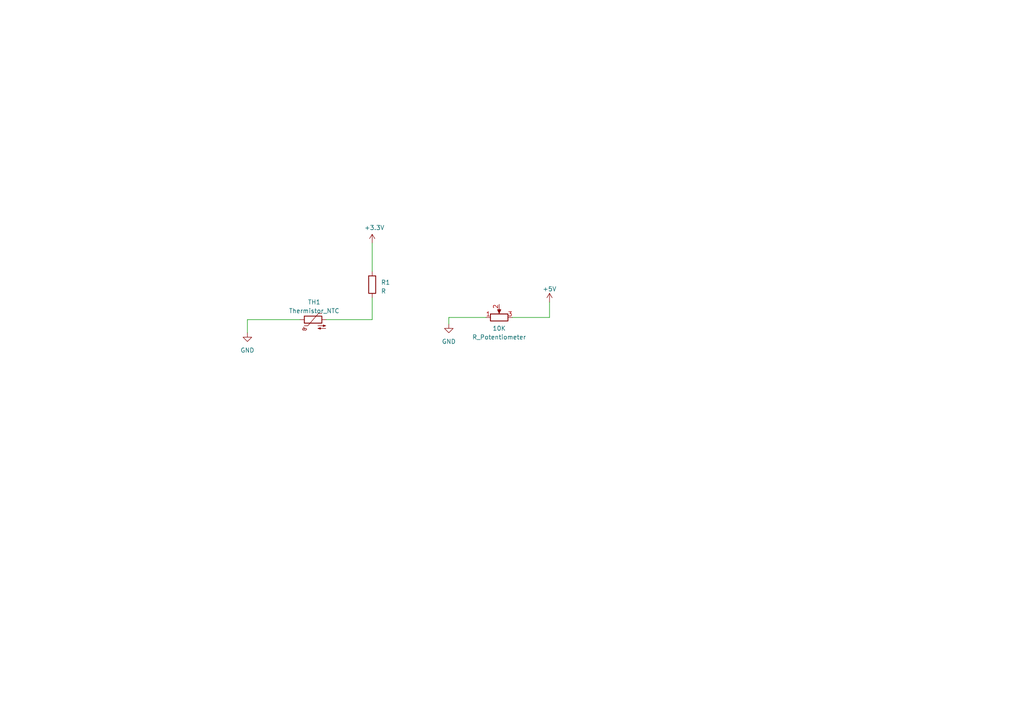
<source format=kicad_sch>
(kicad_sch (version 20230121) (generator eeschema)
  (paper "A4")
  (lib_symbols
    (symbol "Device:R" (pin_numbers hide) (pin_names (offset 0))
      (property "Reference" "R" (at 2.032 0 90))
      (property "Value" "R" (at 0 0 90))
      (symbol "R_0_1"
        (rectangle (start -1.016 -2.54) (end 1.016 2.54) (stroke (width 0.254)))
      )
      (symbol "R_1_1"
        (pin passive line (at 0 3.81 270) (length 1.27) (name "~") (number "1"))
        (pin passive line (at 0 -3.81 90) (length 1.27) (name "~") (number "2"))
      )
    )
    (symbol "Device:R_Potentiometer" (pin_names (offset 1.016) hide)
      (property "Reference" "RV" (at -4.445 0 90))
      (property "Value" "R_Potentiometer" (at -2.54 0 90))
      (symbol "R_Potentiometer_0_1"
        (polyline (pts (xy 2.54 0) (xy 1.524 0)))
        (polyline (pts (xy 1.143 0) (xy 2.286 0.508) (xy 2.286 -0.508) (xy 1.143 0)) (fill (type outline)))
        (rectangle (start 1.016 2.54) (end -1.016 -2.54) (stroke (width 0.254)))
      )
      (symbol "R_Potentiometer_1_1"
        (pin passive line (at 0 3.81 270) (length 1.27) (name "1") (number "1"))
        (pin passive line (at 3.81 0 180) (length 1.27) (name "2") (number "2"))
        (pin passive line (at 0 -3.81 90) (length 1.27) (name "3") (number "3"))
      )
    )
    (symbol "Device:Thermistor_NTC" (pin_numbers hide) (pin_names (offset 0))
      (property "Reference" "TH" (at -4.445 0 90))
      (property "Value" "Thermistor_NTC" (at 3.175 0 90))
      (symbol "Thermistor_NTC_0_1"
        (arc (start -3.048 2.159) (mid -3.0495 2.3143) (end -3.175 2.413))
        (arc (start -3.048 2.159) (mid -2.9736 1.9794) (end -2.794 1.905))
        (arc (start -3.048 2.794) (mid -2.9736 2.6144) (end -2.794 2.54))
        (arc (start -2.794 1.905) (mid -2.6144 1.9794) (end -2.54 2.159))
        (arc (start -2.794 2.54) (mid -2.4393 2.5587) (end -2.159 2.794))
        (arc (start -2.794 3.048) (mid -2.9736 2.9736) (end -3.048 2.794))
        (arc (start -2.54 2.794) (mid -2.6144 2.9736) (end -2.794 3.048))
        (rectangle (start -1.016 2.54) (end 1.016 -2.54) (stroke (width 0.254)))
        (polyline (pts (xy -2.54 2.159) (xy -2.54 2.794)))
        (polyline (pts (xy -1.778 2.54) (xy -1.778 1.524) (xy 1.778 -1.524) (xy 1.778 -2.54)))
        (polyline (pts (xy -2.54 -3.683) (xy -2.54 -1.397) (xy -2.794 -2.159) (xy -2.286 -2.159) (xy -2.54 -1.397) (xy -2.54 -1.651)) (fill (type outline)))
        (polyline (pts (xy -1.778 -1.397) (xy -1.778 -3.683) (xy -2.032 -2.921) (xy -1.524 -2.921) (xy -1.778 -3.683) (xy -1.778 -3.429)) (fill (type outline)))
      )
      (symbol "Thermistor_NTC_1_1"
        (pin passive line (at 0 3.81 270) (length 1.27) (name "~") (number "1"))
        (pin passive line (at 0 -3.81 90) (length 1.27) (name "~") (number "2"))
      )
    )
    (symbol "power:+3.3V" (power) (pin_names (offset 0))
      (property "Value" "+3.3V" (at 0 3.556 0))
      (symbol "+3.3V_0_1"
        (polyline (pts (xy -0.762 1.27) (xy 0 2.54)))
        (polyline (pts (xy 0 0) (xy 0 2.54)))
        (polyline (pts (xy 0 2.54) (xy 0.762 1.27)))
      )
      (symbol "+3.3V_1_1"
        (pin power_in line (at 0 0 90) (length 0) hide (name "+3.3V") (number "1"))
      )
    )
    (symbol "power:+5V" (power) (pin_names (offset 0))
      (property "Value" "+5V" (at 0 3.556 0))
      (symbol "+5V_0_1"
        (polyline (pts (xy -0.762 1.27) (xy 0 2.54)))
        (polyline (pts (xy 0 0) (xy 0 2.54)))
        (polyline (pts (xy 0 2.54) (xy 0.762 1.27)))
      )
      (symbol "+5V_1_1"
        (pin power_in line (at 0 0 90) (length 0) hide (name "+5V") (number "1"))
      )
    )
    (symbol "power:GND" (power) (pin_names (offset 0))
      (property "Value" "GND" (at 0 -3.81 0))
      (symbol "GND_0_1"
        (polyline (pts (xy 0 0) (xy 0 -1.27) (xy 1.27 -1.27) (xy 0 -2.54) (xy -1.27 -1.27) (xy 0 -1.27)))
      )
      (symbol "GND_1_1"
        (pin power_in line (at 0 0 270) (length 0) hide (name "GND") (number "1"))
      )
    )
  )
  (wire (pts (xy 107.95 92.71) (xy 94.615 92.71)))
  (wire (pts (xy 107.95 70.485) (xy 107.95 78.74)))
  (wire (pts (xy 159.385 92.075) (xy 159.385 87.63)))
  (wire (pts (xy 71.755 92.71) (xy 71.755 96.52)))
  (wire (pts (xy 148.59 92.075) (xy 159.385 92.075)))
  (wire (pts (xy 86.995 92.71) (xy 71.755 92.71)))
  (wire (pts (xy 107.95 86.36) (xy 107.95 92.71)))
  (wire (pts (xy 130.175 92.075) (xy 130.175 93.98)))
  (wire (pts (xy 140.97 92.075) (xy 130.175 92.075)))
  (symbol (lib_id "Device:Thermistor_NTC") (at 90.805 92.71 90) (unit 1)
    (property "Reference" "TH1" (at 91.1225 87.63 90))
    (property "Value" "Thermistor_NTC" (at 91.1225 90.17 90))
  )
  (symbol (lib_id "Device:R_Potentiometer") (at 144.78 92.075 90) (unit 1)
    (property "Reference" "10K" (at 144.78 95.25 90))
    (property "Value" "R_Potentiometer" (at 144.78 97.79 90))
  )
  (symbol (lib_id "power:+5V") (at 159.385 87.63 0) (unit 1)
    (property "Reference" "#PWR02" (effects hide))
    (property "Value" "+5V" (at 159.385 83.82 0))
  )
  (symbol (lib_id "Device:R") (at 107.95 82.55 0) (unit 1)
    (property "Reference" "R1" (at 110.49 81.915 0) (effects (justify left)))
    (property "Value" "R" (at 110.49 84.455 0) (effects (justify left)))
  )
  (symbol (lib_id "power:+3.3V") (at 107.95 70.485 0) (unit 1)
    (property "Reference" "#PWR01" (effects hide))
    (property "Value" "+3.3V" (at 108.585 66.04 0))
  )
  (symbol (lib_id "power:GND") (at 130.175 93.98 0) (unit 1)
    (property "Reference" "#PWR04" (effects hide))
    (property "Value" "GND" (at 130.175 99.06 0))
  )
  (symbol (lib_id "power:GND") (at 71.755 96.52 0) (unit 1)
    (property "Reference" "#PWR03" (effects hide))
    (property "Value" "GND" (at 71.755 101.6 0))
  )
)
</source>
